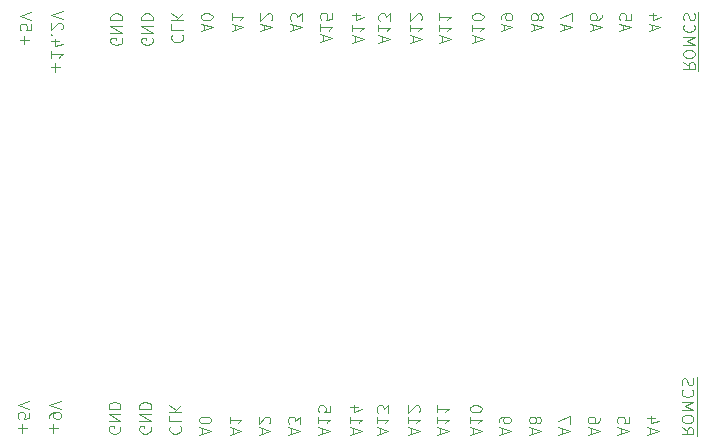
<source format=gbr>
%TF.GenerationSoftware,KiCad,Pcbnew,8.0.1*%
%TF.CreationDate,2024-04-15T14:43:50+02:00*%
%TF.ProjectId,zx81-bus-extender,7a783831-2d62-4757-932d-657874656e64,rev?*%
%TF.SameCoordinates,Original*%
%TF.FileFunction,Legend,Bot*%
%TF.FilePolarity,Positive*%
%FSLAX46Y46*%
G04 Gerber Fmt 4.6, Leading zero omitted, Abs format (unit mm)*
G04 Created by KiCad (PCBNEW 8.0.1) date 2024-04-15 14:43:50*
%MOMM*%
%LPD*%
G01*
G04 APERTURE LIST*
%ADD10C,0.100000*%
G04 APERTURE END LIST*
D10*
X139327580Y-130833735D02*
X139803771Y-131167068D01*
X139327580Y-131405163D02*
X140327580Y-131405163D01*
X140327580Y-131405163D02*
X140327580Y-131024211D01*
X140327580Y-131024211D02*
X140279961Y-130928973D01*
X140279961Y-130928973D02*
X140232342Y-130881354D01*
X140232342Y-130881354D02*
X140137104Y-130833735D01*
X140137104Y-130833735D02*
X139994247Y-130833735D01*
X139994247Y-130833735D02*
X139899009Y-130881354D01*
X139899009Y-130881354D02*
X139851390Y-130928973D01*
X139851390Y-130928973D02*
X139803771Y-131024211D01*
X139803771Y-131024211D02*
X139803771Y-131405163D01*
X140327580Y-130214687D02*
X140327580Y-130024211D01*
X140327580Y-130024211D02*
X140279961Y-129928973D01*
X140279961Y-129928973D02*
X140184723Y-129833735D01*
X140184723Y-129833735D02*
X139994247Y-129786116D01*
X139994247Y-129786116D02*
X139660914Y-129786116D01*
X139660914Y-129786116D02*
X139470438Y-129833735D01*
X139470438Y-129833735D02*
X139375200Y-129928973D01*
X139375200Y-129928973D02*
X139327580Y-130024211D01*
X139327580Y-130024211D02*
X139327580Y-130214687D01*
X139327580Y-130214687D02*
X139375200Y-130309925D01*
X139375200Y-130309925D02*
X139470438Y-130405163D01*
X139470438Y-130405163D02*
X139660914Y-130452782D01*
X139660914Y-130452782D02*
X139994247Y-130452782D01*
X139994247Y-130452782D02*
X140184723Y-130405163D01*
X140184723Y-130405163D02*
X140279961Y-130309925D01*
X140279961Y-130309925D02*
X140327580Y-130214687D01*
X139327580Y-129357544D02*
X140327580Y-129357544D01*
X140327580Y-129357544D02*
X139613295Y-129024211D01*
X139613295Y-129024211D02*
X140327580Y-128690878D01*
X140327580Y-128690878D02*
X139327580Y-128690878D01*
X139422819Y-127643259D02*
X139375200Y-127690878D01*
X139375200Y-127690878D02*
X139327580Y-127833735D01*
X139327580Y-127833735D02*
X139327580Y-127928973D01*
X139327580Y-127928973D02*
X139375200Y-128071830D01*
X139375200Y-128071830D02*
X139470438Y-128167068D01*
X139470438Y-128167068D02*
X139565676Y-128214687D01*
X139565676Y-128214687D02*
X139756152Y-128262306D01*
X139756152Y-128262306D02*
X139899009Y-128262306D01*
X139899009Y-128262306D02*
X140089485Y-128214687D01*
X140089485Y-128214687D02*
X140184723Y-128167068D01*
X140184723Y-128167068D02*
X140279961Y-128071830D01*
X140279961Y-128071830D02*
X140327580Y-127928973D01*
X140327580Y-127928973D02*
X140327580Y-127833735D01*
X140327580Y-127833735D02*
X140279961Y-127690878D01*
X140279961Y-127690878D02*
X140232342Y-127643259D01*
X139375200Y-127262306D02*
X139327580Y-127119449D01*
X139327580Y-127119449D02*
X139327580Y-126881354D01*
X139327580Y-126881354D02*
X139375200Y-126786116D01*
X139375200Y-126786116D02*
X139422819Y-126738497D01*
X139422819Y-126738497D02*
X139518057Y-126690878D01*
X139518057Y-126690878D02*
X139613295Y-126690878D01*
X139613295Y-126690878D02*
X139708533Y-126738497D01*
X139708533Y-126738497D02*
X139756152Y-126786116D01*
X139756152Y-126786116D02*
X139803771Y-126881354D01*
X139803771Y-126881354D02*
X139851390Y-127071830D01*
X139851390Y-127071830D02*
X139899009Y-127167068D01*
X139899009Y-127167068D02*
X139946628Y-127214687D01*
X139946628Y-127214687D02*
X140041866Y-127262306D01*
X140041866Y-127262306D02*
X140137104Y-127262306D01*
X140137104Y-127262306D02*
X140232342Y-127214687D01*
X140232342Y-127214687D02*
X140279961Y-127167068D01*
X140279961Y-127167068D02*
X140327580Y-127071830D01*
X140327580Y-127071830D02*
X140327580Y-126833735D01*
X140327580Y-126833735D02*
X140279961Y-126690878D01*
X140605200Y-131543259D02*
X140605200Y-126600402D01*
X134325117Y-97211353D02*
X134325117Y-96735163D01*
X134039402Y-97306591D02*
X135039402Y-96973258D01*
X135039402Y-96973258D02*
X134039402Y-96639925D01*
X135039402Y-95830401D02*
X135039402Y-96306591D01*
X135039402Y-96306591D02*
X134563212Y-96354210D01*
X134563212Y-96354210D02*
X134610831Y-96306591D01*
X134610831Y-96306591D02*
X134658450Y-96211353D01*
X134658450Y-96211353D02*
X134658450Y-95973258D01*
X134658450Y-95973258D02*
X134610831Y-95878020D01*
X134610831Y-95878020D02*
X134563212Y-95830401D01*
X134563212Y-95830401D02*
X134467974Y-95782782D01*
X134467974Y-95782782D02*
X134229879Y-95782782D01*
X134229879Y-95782782D02*
X134134641Y-95830401D01*
X134134641Y-95830401D02*
X134087022Y-95878020D01*
X134087022Y-95878020D02*
X134039402Y-95973258D01*
X134039402Y-95973258D02*
X134039402Y-96211353D01*
X134039402Y-96211353D02*
X134087022Y-96306591D01*
X134087022Y-96306591D02*
X134134641Y-96354210D01*
X111702895Y-98163734D02*
X111702895Y-97687544D01*
X111417180Y-98258972D02*
X112417180Y-97925639D01*
X112417180Y-97925639D02*
X111417180Y-97592306D01*
X111417180Y-96735163D02*
X111417180Y-97306591D01*
X111417180Y-97020877D02*
X112417180Y-97020877D01*
X112417180Y-97020877D02*
X112274323Y-97116115D01*
X112274323Y-97116115D02*
X112179085Y-97211353D01*
X112179085Y-97211353D02*
X112131466Y-97306591D01*
X112083847Y-95878020D02*
X111417180Y-95878020D01*
X112464800Y-96116115D02*
X111750514Y-96354210D01*
X111750514Y-96354210D02*
X111750514Y-95735163D01*
X136818327Y-97211353D02*
X136818327Y-96735163D01*
X136532612Y-97306591D02*
X137532612Y-96973258D01*
X137532612Y-96973258D02*
X136532612Y-96639925D01*
X137199279Y-95878020D02*
X136532612Y-95878020D01*
X137580232Y-96116115D02*
X136865946Y-96354210D01*
X136865946Y-96354210D02*
X136865946Y-95735163D01*
X83648133Y-98416115D02*
X83648133Y-97654211D01*
X83267180Y-98035163D02*
X84029085Y-98035163D01*
X84267180Y-96701830D02*
X84267180Y-97178020D01*
X84267180Y-97178020D02*
X83790990Y-97225639D01*
X83790990Y-97225639D02*
X83838609Y-97178020D01*
X83838609Y-97178020D02*
X83886228Y-97082782D01*
X83886228Y-97082782D02*
X83886228Y-96844687D01*
X83886228Y-96844687D02*
X83838609Y-96749449D01*
X83838609Y-96749449D02*
X83790990Y-96701830D01*
X83790990Y-96701830D02*
X83695752Y-96654211D01*
X83695752Y-96654211D02*
X83457657Y-96654211D01*
X83457657Y-96654211D02*
X83362419Y-96701830D01*
X83362419Y-96701830D02*
X83314800Y-96749449D01*
X83314800Y-96749449D02*
X83267180Y-96844687D01*
X83267180Y-96844687D02*
X83267180Y-97082782D01*
X83267180Y-97082782D02*
X83314800Y-97178020D01*
X83314800Y-97178020D02*
X83362419Y-97225639D01*
X84267180Y-96368496D02*
X83267180Y-96035163D01*
X83267180Y-96035163D02*
X84267180Y-95701830D01*
X94519561Y-97878020D02*
X94567180Y-97973258D01*
X94567180Y-97973258D02*
X94567180Y-98116115D01*
X94567180Y-98116115D02*
X94519561Y-98258972D01*
X94519561Y-98258972D02*
X94424323Y-98354210D01*
X94424323Y-98354210D02*
X94329085Y-98401829D01*
X94329085Y-98401829D02*
X94138609Y-98449448D01*
X94138609Y-98449448D02*
X93995752Y-98449448D01*
X93995752Y-98449448D02*
X93805276Y-98401829D01*
X93805276Y-98401829D02*
X93710038Y-98354210D01*
X93710038Y-98354210D02*
X93614800Y-98258972D01*
X93614800Y-98258972D02*
X93567180Y-98116115D01*
X93567180Y-98116115D02*
X93567180Y-98020877D01*
X93567180Y-98020877D02*
X93614800Y-97878020D01*
X93614800Y-97878020D02*
X93662419Y-97830401D01*
X93662419Y-97830401D02*
X93995752Y-97830401D01*
X93995752Y-97830401D02*
X93995752Y-98020877D01*
X93567180Y-97401829D02*
X94567180Y-97401829D01*
X94567180Y-97401829D02*
X93567180Y-96830401D01*
X93567180Y-96830401D02*
X94567180Y-96830401D01*
X93567180Y-96354210D02*
X94567180Y-96354210D01*
X94567180Y-96354210D02*
X94567180Y-96116115D01*
X94567180Y-96116115D02*
X94519561Y-95973258D01*
X94519561Y-95973258D02*
X94424323Y-95878020D01*
X94424323Y-95878020D02*
X94329085Y-95830401D01*
X94329085Y-95830401D02*
X94138609Y-95782782D01*
X94138609Y-95782782D02*
X93995752Y-95782782D01*
X93995752Y-95782782D02*
X93805276Y-95830401D01*
X93805276Y-95830401D02*
X93710038Y-95878020D01*
X93710038Y-95878020D02*
X93614800Y-95973258D01*
X93614800Y-95973258D02*
X93567180Y-96116115D01*
X93567180Y-96116115D02*
X93567180Y-96354210D01*
X129338697Y-97211353D02*
X129338697Y-96735163D01*
X129052982Y-97306591D02*
X130052982Y-96973258D01*
X130052982Y-96973258D02*
X129052982Y-96639925D01*
X130052982Y-96401829D02*
X130052982Y-95735163D01*
X130052982Y-95735163D02*
X129052982Y-96163734D01*
X86298133Y-100716115D02*
X86298133Y-99954211D01*
X85917180Y-100335163D02*
X86679085Y-100335163D01*
X85917180Y-98954211D02*
X85917180Y-99525639D01*
X85917180Y-99239925D02*
X86917180Y-99239925D01*
X86917180Y-99239925D02*
X86774323Y-99335163D01*
X86774323Y-99335163D02*
X86679085Y-99430401D01*
X86679085Y-99430401D02*
X86631466Y-99525639D01*
X86583847Y-98097068D02*
X85917180Y-98097068D01*
X86964800Y-98335163D02*
X86250514Y-98573258D01*
X86250514Y-98573258D02*
X86250514Y-97954211D01*
X86012419Y-97573258D02*
X85964800Y-97525639D01*
X85964800Y-97525639D02*
X85917180Y-97573258D01*
X85917180Y-97573258D02*
X85964800Y-97620877D01*
X85964800Y-97620877D02*
X86012419Y-97573258D01*
X86012419Y-97573258D02*
X85917180Y-97573258D01*
X86821942Y-97144687D02*
X86869561Y-97097068D01*
X86869561Y-97097068D02*
X86917180Y-97001830D01*
X86917180Y-97001830D02*
X86917180Y-96763735D01*
X86917180Y-96763735D02*
X86869561Y-96668497D01*
X86869561Y-96668497D02*
X86821942Y-96620878D01*
X86821942Y-96620878D02*
X86726704Y-96573259D01*
X86726704Y-96573259D02*
X86631466Y-96573259D01*
X86631466Y-96573259D02*
X86488609Y-96620878D01*
X86488609Y-96620878D02*
X85917180Y-97192306D01*
X85917180Y-97192306D02*
X85917180Y-96573259D01*
X86917180Y-96287544D02*
X85917180Y-95954211D01*
X85917180Y-95954211D02*
X86917180Y-95620878D01*
X139454834Y-99925639D02*
X139931025Y-100258972D01*
X139454834Y-100497067D02*
X140454834Y-100497067D01*
X140454834Y-100497067D02*
X140454834Y-100116115D01*
X140454834Y-100116115D02*
X140407215Y-100020877D01*
X140407215Y-100020877D02*
X140359596Y-99973258D01*
X140359596Y-99973258D02*
X140264358Y-99925639D01*
X140264358Y-99925639D02*
X140121501Y-99925639D01*
X140121501Y-99925639D02*
X140026263Y-99973258D01*
X140026263Y-99973258D02*
X139978644Y-100020877D01*
X139978644Y-100020877D02*
X139931025Y-100116115D01*
X139931025Y-100116115D02*
X139931025Y-100497067D01*
X140454834Y-99306591D02*
X140454834Y-99116115D01*
X140454834Y-99116115D02*
X140407215Y-99020877D01*
X140407215Y-99020877D02*
X140311977Y-98925639D01*
X140311977Y-98925639D02*
X140121501Y-98878020D01*
X140121501Y-98878020D02*
X139788168Y-98878020D01*
X139788168Y-98878020D02*
X139597692Y-98925639D01*
X139597692Y-98925639D02*
X139502454Y-99020877D01*
X139502454Y-99020877D02*
X139454834Y-99116115D01*
X139454834Y-99116115D02*
X139454834Y-99306591D01*
X139454834Y-99306591D02*
X139502454Y-99401829D01*
X139502454Y-99401829D02*
X139597692Y-99497067D01*
X139597692Y-99497067D02*
X139788168Y-99544686D01*
X139788168Y-99544686D02*
X140121501Y-99544686D01*
X140121501Y-99544686D02*
X140311977Y-99497067D01*
X140311977Y-99497067D02*
X140407215Y-99401829D01*
X140407215Y-99401829D02*
X140454834Y-99306591D01*
X139454834Y-98449448D02*
X140454834Y-98449448D01*
X140454834Y-98449448D02*
X139740549Y-98116115D01*
X139740549Y-98116115D02*
X140454834Y-97782782D01*
X140454834Y-97782782D02*
X139454834Y-97782782D01*
X139550073Y-96735163D02*
X139502454Y-96782782D01*
X139502454Y-96782782D02*
X139454834Y-96925639D01*
X139454834Y-96925639D02*
X139454834Y-97020877D01*
X139454834Y-97020877D02*
X139502454Y-97163734D01*
X139502454Y-97163734D02*
X139597692Y-97258972D01*
X139597692Y-97258972D02*
X139692930Y-97306591D01*
X139692930Y-97306591D02*
X139883406Y-97354210D01*
X139883406Y-97354210D02*
X140026263Y-97354210D01*
X140026263Y-97354210D02*
X140216739Y-97306591D01*
X140216739Y-97306591D02*
X140311977Y-97258972D01*
X140311977Y-97258972D02*
X140407215Y-97163734D01*
X140407215Y-97163734D02*
X140454834Y-97020877D01*
X140454834Y-97020877D02*
X140454834Y-96925639D01*
X140454834Y-96925639D02*
X140407215Y-96782782D01*
X140407215Y-96782782D02*
X140359596Y-96735163D01*
X139502454Y-96354210D02*
X139454834Y-96211353D01*
X139454834Y-96211353D02*
X139454834Y-95973258D01*
X139454834Y-95973258D02*
X139502454Y-95878020D01*
X139502454Y-95878020D02*
X139550073Y-95830401D01*
X139550073Y-95830401D02*
X139645311Y-95782782D01*
X139645311Y-95782782D02*
X139740549Y-95782782D01*
X139740549Y-95782782D02*
X139835787Y-95830401D01*
X139835787Y-95830401D02*
X139883406Y-95878020D01*
X139883406Y-95878020D02*
X139931025Y-95973258D01*
X139931025Y-95973258D02*
X139978644Y-96163734D01*
X139978644Y-96163734D02*
X140026263Y-96258972D01*
X140026263Y-96258972D02*
X140073882Y-96306591D01*
X140073882Y-96306591D02*
X140169120Y-96354210D01*
X140169120Y-96354210D02*
X140264358Y-96354210D01*
X140264358Y-96354210D02*
X140359596Y-96306591D01*
X140359596Y-96306591D02*
X140407215Y-96258972D01*
X140407215Y-96258972D02*
X140454834Y-96163734D01*
X140454834Y-96163734D02*
X140454834Y-95925639D01*
X140454834Y-95925639D02*
X140407215Y-95782782D01*
X140732454Y-100635163D02*
X140732454Y-95692306D01*
X119052914Y-98163734D02*
X119052914Y-97687544D01*
X118767199Y-98258972D02*
X119767199Y-97925639D01*
X119767199Y-97925639D02*
X118767199Y-97592306D01*
X118767199Y-96735163D02*
X118767199Y-97306591D01*
X118767199Y-97020877D02*
X119767199Y-97020877D01*
X119767199Y-97020877D02*
X119624342Y-97116115D01*
X119624342Y-97116115D02*
X119529104Y-97211353D01*
X119529104Y-97211353D02*
X119481485Y-97306591D01*
X118767199Y-95782782D02*
X118767199Y-96354210D01*
X118767199Y-96068496D02*
X119767199Y-96068496D01*
X119767199Y-96068496D02*
X119624342Y-96163734D01*
X119624342Y-96163734D02*
X119529104Y-96258972D01*
X119529104Y-96258972D02*
X119481485Y-96354210D01*
X91919561Y-97878020D02*
X91967180Y-97973258D01*
X91967180Y-97973258D02*
X91967180Y-98116115D01*
X91967180Y-98116115D02*
X91919561Y-98258972D01*
X91919561Y-98258972D02*
X91824323Y-98354210D01*
X91824323Y-98354210D02*
X91729085Y-98401829D01*
X91729085Y-98401829D02*
X91538609Y-98449448D01*
X91538609Y-98449448D02*
X91395752Y-98449448D01*
X91395752Y-98449448D02*
X91205276Y-98401829D01*
X91205276Y-98401829D02*
X91110038Y-98354210D01*
X91110038Y-98354210D02*
X91014800Y-98258972D01*
X91014800Y-98258972D02*
X90967180Y-98116115D01*
X90967180Y-98116115D02*
X90967180Y-98020877D01*
X90967180Y-98020877D02*
X91014800Y-97878020D01*
X91014800Y-97878020D02*
X91062419Y-97830401D01*
X91062419Y-97830401D02*
X91395752Y-97830401D01*
X91395752Y-97830401D02*
X91395752Y-98020877D01*
X90967180Y-97401829D02*
X91967180Y-97401829D01*
X91967180Y-97401829D02*
X90967180Y-96830401D01*
X90967180Y-96830401D02*
X91967180Y-96830401D01*
X90967180Y-96354210D02*
X91967180Y-96354210D01*
X91967180Y-96354210D02*
X91967180Y-96116115D01*
X91967180Y-96116115D02*
X91919561Y-95973258D01*
X91919561Y-95973258D02*
X91824323Y-95878020D01*
X91824323Y-95878020D02*
X91729085Y-95830401D01*
X91729085Y-95830401D02*
X91538609Y-95782782D01*
X91538609Y-95782782D02*
X91395752Y-95782782D01*
X91395752Y-95782782D02*
X91205276Y-95830401D01*
X91205276Y-95830401D02*
X91110038Y-95878020D01*
X91110038Y-95878020D02*
X91014800Y-95973258D01*
X91014800Y-95973258D02*
X90967180Y-96116115D01*
X90967180Y-96116115D02*
X90967180Y-96354210D01*
X121840549Y-98163734D02*
X121840549Y-97687544D01*
X121554834Y-98258972D02*
X122554834Y-97925639D01*
X122554834Y-97925639D02*
X121554834Y-97592306D01*
X121554834Y-96735163D02*
X121554834Y-97306591D01*
X121554834Y-97020877D02*
X122554834Y-97020877D01*
X122554834Y-97020877D02*
X122411977Y-97116115D01*
X122411977Y-97116115D02*
X122316739Y-97211353D01*
X122316739Y-97211353D02*
X122269120Y-97306591D01*
X122554834Y-96116115D02*
X122554834Y-96020877D01*
X122554834Y-96020877D02*
X122507215Y-95925639D01*
X122507215Y-95925639D02*
X122459596Y-95878020D01*
X122459596Y-95878020D02*
X122364358Y-95830401D01*
X122364358Y-95830401D02*
X122173882Y-95782782D01*
X122173882Y-95782782D02*
X121935787Y-95782782D01*
X121935787Y-95782782D02*
X121745311Y-95830401D01*
X121745311Y-95830401D02*
X121650073Y-95878020D01*
X121650073Y-95878020D02*
X121602454Y-95925639D01*
X121602454Y-95925639D02*
X121554834Y-96020877D01*
X121554834Y-96020877D02*
X121554834Y-96116115D01*
X121554834Y-96116115D02*
X121602454Y-96211353D01*
X121602454Y-96211353D02*
X121650073Y-96258972D01*
X121650073Y-96258972D02*
X121745311Y-96306591D01*
X121745311Y-96306591D02*
X121935787Y-96354210D01*
X121935787Y-96354210D02*
X122173882Y-96354210D01*
X122173882Y-96354210D02*
X122364358Y-96306591D01*
X122364358Y-96306591D02*
X122459596Y-96258972D01*
X122459596Y-96258972D02*
X122507215Y-96211353D01*
X122507215Y-96211353D02*
X122554834Y-96116115D01*
X106452895Y-97213734D02*
X106452895Y-96737544D01*
X106167180Y-97308972D02*
X107167180Y-96975639D01*
X107167180Y-96975639D02*
X106167180Y-96642306D01*
X107167180Y-96404210D02*
X107167180Y-95785163D01*
X107167180Y-95785163D02*
X106786228Y-96118496D01*
X106786228Y-96118496D02*
X106786228Y-95975639D01*
X106786228Y-95975639D02*
X106738609Y-95880401D01*
X106738609Y-95880401D02*
X106690990Y-95832782D01*
X106690990Y-95832782D02*
X106595752Y-95785163D01*
X106595752Y-95785163D02*
X106357657Y-95785163D01*
X106357657Y-95785163D02*
X106262419Y-95832782D01*
X106262419Y-95832782D02*
X106214800Y-95880401D01*
X106214800Y-95880401D02*
X106167180Y-95975639D01*
X106167180Y-95975639D02*
X106167180Y-96261353D01*
X106167180Y-96261353D02*
X106214800Y-96356591D01*
X106214800Y-96356591D02*
X106262419Y-96404210D01*
X103952895Y-97211353D02*
X103952895Y-96735163D01*
X103667180Y-97306591D02*
X104667180Y-96973258D01*
X104667180Y-96973258D02*
X103667180Y-96639925D01*
X104571942Y-96354210D02*
X104619561Y-96306591D01*
X104619561Y-96306591D02*
X104667180Y-96211353D01*
X104667180Y-96211353D02*
X104667180Y-95973258D01*
X104667180Y-95973258D02*
X104619561Y-95878020D01*
X104619561Y-95878020D02*
X104571942Y-95830401D01*
X104571942Y-95830401D02*
X104476704Y-95782782D01*
X104476704Y-95782782D02*
X104381466Y-95782782D01*
X104381466Y-95782782D02*
X104238609Y-95830401D01*
X104238609Y-95830401D02*
X103667180Y-96401829D01*
X103667180Y-96401829D02*
X103667180Y-95782782D01*
X131831907Y-97211353D02*
X131831907Y-96735163D01*
X131546192Y-97306591D02*
X132546192Y-96973258D01*
X132546192Y-96973258D02*
X131546192Y-96639925D01*
X132546192Y-95878020D02*
X132546192Y-96068496D01*
X132546192Y-96068496D02*
X132498573Y-96163734D01*
X132498573Y-96163734D02*
X132450954Y-96211353D01*
X132450954Y-96211353D02*
X132308097Y-96306591D01*
X132308097Y-96306591D02*
X132117621Y-96354210D01*
X132117621Y-96354210D02*
X131736669Y-96354210D01*
X131736669Y-96354210D02*
X131641431Y-96306591D01*
X131641431Y-96306591D02*
X131593812Y-96258972D01*
X131593812Y-96258972D02*
X131546192Y-96163734D01*
X131546192Y-96163734D02*
X131546192Y-95973258D01*
X131546192Y-95973258D02*
X131593812Y-95878020D01*
X131593812Y-95878020D02*
X131641431Y-95830401D01*
X131641431Y-95830401D02*
X131736669Y-95782782D01*
X131736669Y-95782782D02*
X131974764Y-95782782D01*
X131974764Y-95782782D02*
X132070002Y-95830401D01*
X132070002Y-95830401D02*
X132117621Y-95878020D01*
X132117621Y-95878020D02*
X132165240Y-95973258D01*
X132165240Y-95973258D02*
X132165240Y-96163734D01*
X132165240Y-96163734D02*
X132117621Y-96258972D01*
X132117621Y-96258972D02*
X132070002Y-96306591D01*
X132070002Y-96306591D02*
X131974764Y-96354210D01*
X98902895Y-97211353D02*
X98902895Y-96735163D01*
X98617180Y-97306591D02*
X99617180Y-96973258D01*
X99617180Y-96973258D02*
X98617180Y-96639925D01*
X99617180Y-96116115D02*
X99617180Y-96020877D01*
X99617180Y-96020877D02*
X99569561Y-95925639D01*
X99569561Y-95925639D02*
X99521942Y-95878020D01*
X99521942Y-95878020D02*
X99426704Y-95830401D01*
X99426704Y-95830401D02*
X99236228Y-95782782D01*
X99236228Y-95782782D02*
X98998133Y-95782782D01*
X98998133Y-95782782D02*
X98807657Y-95830401D01*
X98807657Y-95830401D02*
X98712419Y-95878020D01*
X98712419Y-95878020D02*
X98664800Y-95925639D01*
X98664800Y-95925639D02*
X98617180Y-96020877D01*
X98617180Y-96020877D02*
X98617180Y-96116115D01*
X98617180Y-96116115D02*
X98664800Y-96211353D01*
X98664800Y-96211353D02*
X98712419Y-96258972D01*
X98712419Y-96258972D02*
X98807657Y-96306591D01*
X98807657Y-96306591D02*
X98998133Y-96354210D01*
X98998133Y-96354210D02*
X99236228Y-96354210D01*
X99236228Y-96354210D02*
X99426704Y-96306591D01*
X99426704Y-96306591D02*
X99521942Y-96258972D01*
X99521942Y-96258972D02*
X99569561Y-96211353D01*
X99569561Y-96211353D02*
X99617180Y-96116115D01*
X113946105Y-98163734D02*
X113946105Y-97687544D01*
X113660390Y-98258972D02*
X114660390Y-97925639D01*
X114660390Y-97925639D02*
X113660390Y-97592306D01*
X113660390Y-96735163D02*
X113660390Y-97306591D01*
X113660390Y-97020877D02*
X114660390Y-97020877D01*
X114660390Y-97020877D02*
X114517533Y-97116115D01*
X114517533Y-97116115D02*
X114422295Y-97211353D01*
X114422295Y-97211353D02*
X114374676Y-97306591D01*
X114660390Y-96401829D02*
X114660390Y-95782782D01*
X114660390Y-95782782D02*
X114279438Y-96116115D01*
X114279438Y-96116115D02*
X114279438Y-95973258D01*
X114279438Y-95973258D02*
X114231819Y-95878020D01*
X114231819Y-95878020D02*
X114184200Y-95830401D01*
X114184200Y-95830401D02*
X114088962Y-95782782D01*
X114088962Y-95782782D02*
X113850867Y-95782782D01*
X113850867Y-95782782D02*
X113755629Y-95830401D01*
X113755629Y-95830401D02*
X113708010Y-95878020D01*
X113708010Y-95878020D02*
X113660390Y-95973258D01*
X113660390Y-95973258D02*
X113660390Y-96258972D01*
X113660390Y-96258972D02*
X113708010Y-96354210D01*
X113708010Y-96354210D02*
X113755629Y-96401829D01*
X124290549Y-97211353D02*
X124290549Y-96735163D01*
X124004834Y-97306591D02*
X125004834Y-96973258D01*
X125004834Y-96973258D02*
X124004834Y-96639925D01*
X124004834Y-96258972D02*
X124004834Y-96068496D01*
X124004834Y-96068496D02*
X124052454Y-95973258D01*
X124052454Y-95973258D02*
X124100073Y-95925639D01*
X124100073Y-95925639D02*
X124242930Y-95830401D01*
X124242930Y-95830401D02*
X124433406Y-95782782D01*
X124433406Y-95782782D02*
X124814358Y-95782782D01*
X124814358Y-95782782D02*
X124909596Y-95830401D01*
X124909596Y-95830401D02*
X124957215Y-95878020D01*
X124957215Y-95878020D02*
X125004834Y-95973258D01*
X125004834Y-95973258D02*
X125004834Y-96163734D01*
X125004834Y-96163734D02*
X124957215Y-96258972D01*
X124957215Y-96258972D02*
X124909596Y-96306591D01*
X124909596Y-96306591D02*
X124814358Y-96354210D01*
X124814358Y-96354210D02*
X124576263Y-96354210D01*
X124576263Y-96354210D02*
X124481025Y-96306591D01*
X124481025Y-96306591D02*
X124433406Y-96258972D01*
X124433406Y-96258972D02*
X124385787Y-96163734D01*
X124385787Y-96163734D02*
X124385787Y-95973258D01*
X124385787Y-95973258D02*
X124433406Y-95878020D01*
X124433406Y-95878020D02*
X124481025Y-95830401D01*
X124481025Y-95830401D02*
X124576263Y-95782782D01*
X116602914Y-98163734D02*
X116602914Y-97687544D01*
X116317199Y-98258972D02*
X117317199Y-97925639D01*
X117317199Y-97925639D02*
X116317199Y-97592306D01*
X116317199Y-96735163D02*
X116317199Y-97306591D01*
X116317199Y-97020877D02*
X117317199Y-97020877D01*
X117317199Y-97020877D02*
X117174342Y-97116115D01*
X117174342Y-97116115D02*
X117079104Y-97211353D01*
X117079104Y-97211353D02*
X117031485Y-97306591D01*
X117221961Y-96354210D02*
X117269580Y-96306591D01*
X117269580Y-96306591D02*
X117317199Y-96211353D01*
X117317199Y-96211353D02*
X117317199Y-95973258D01*
X117317199Y-95973258D02*
X117269580Y-95878020D01*
X117269580Y-95878020D02*
X117221961Y-95830401D01*
X117221961Y-95830401D02*
X117126723Y-95782782D01*
X117126723Y-95782782D02*
X117031485Y-95782782D01*
X117031485Y-95782782D02*
X116888628Y-95830401D01*
X116888628Y-95830401D02*
X116317199Y-96401829D01*
X116317199Y-96401829D02*
X116317199Y-95782782D01*
X101502895Y-97213734D02*
X101502895Y-96737544D01*
X101217180Y-97308972D02*
X102217180Y-96975639D01*
X102217180Y-96975639D02*
X101217180Y-96642306D01*
X101217180Y-95785163D02*
X101217180Y-96356591D01*
X101217180Y-96070877D02*
X102217180Y-96070877D01*
X102217180Y-96070877D02*
X102074323Y-96166115D01*
X102074323Y-96166115D02*
X101979085Y-96261353D01*
X101979085Y-96261353D02*
X101931466Y-96356591D01*
X109002895Y-98113734D02*
X109002895Y-97637544D01*
X108717180Y-98208972D02*
X109717180Y-97875639D01*
X109717180Y-97875639D02*
X108717180Y-97542306D01*
X108717180Y-96685163D02*
X108717180Y-97256591D01*
X108717180Y-96970877D02*
X109717180Y-96970877D01*
X109717180Y-96970877D02*
X109574323Y-97066115D01*
X109574323Y-97066115D02*
X109479085Y-97161353D01*
X109479085Y-97161353D02*
X109431466Y-97256591D01*
X109717180Y-95780401D02*
X109717180Y-96256591D01*
X109717180Y-96256591D02*
X109240990Y-96304210D01*
X109240990Y-96304210D02*
X109288609Y-96256591D01*
X109288609Y-96256591D02*
X109336228Y-96161353D01*
X109336228Y-96161353D02*
X109336228Y-95923258D01*
X109336228Y-95923258D02*
X109288609Y-95828020D01*
X109288609Y-95828020D02*
X109240990Y-95780401D01*
X109240990Y-95780401D02*
X109145752Y-95732782D01*
X109145752Y-95732782D02*
X108907657Y-95732782D01*
X108907657Y-95732782D02*
X108812419Y-95780401D01*
X108812419Y-95780401D02*
X108764800Y-95828020D01*
X108764800Y-95828020D02*
X108717180Y-95923258D01*
X108717180Y-95923258D02*
X108717180Y-96161353D01*
X108717180Y-96161353D02*
X108764800Y-96256591D01*
X108764800Y-96256591D02*
X108812419Y-96304210D01*
X126852914Y-97211353D02*
X126852914Y-96735163D01*
X126567199Y-97306591D02*
X127567199Y-96973258D01*
X127567199Y-96973258D02*
X126567199Y-96639925D01*
X127138628Y-96163734D02*
X127186247Y-96258972D01*
X127186247Y-96258972D02*
X127233866Y-96306591D01*
X127233866Y-96306591D02*
X127329104Y-96354210D01*
X127329104Y-96354210D02*
X127376723Y-96354210D01*
X127376723Y-96354210D02*
X127471961Y-96306591D01*
X127471961Y-96306591D02*
X127519580Y-96258972D01*
X127519580Y-96258972D02*
X127567199Y-96163734D01*
X127567199Y-96163734D02*
X127567199Y-95973258D01*
X127567199Y-95973258D02*
X127519580Y-95878020D01*
X127519580Y-95878020D02*
X127471961Y-95830401D01*
X127471961Y-95830401D02*
X127376723Y-95782782D01*
X127376723Y-95782782D02*
X127329104Y-95782782D01*
X127329104Y-95782782D02*
X127233866Y-95830401D01*
X127233866Y-95830401D02*
X127186247Y-95878020D01*
X127186247Y-95878020D02*
X127138628Y-95973258D01*
X127138628Y-95973258D02*
X127138628Y-96163734D01*
X127138628Y-96163734D02*
X127091009Y-96258972D01*
X127091009Y-96258972D02*
X127043390Y-96306591D01*
X127043390Y-96306591D02*
X126948152Y-96354210D01*
X126948152Y-96354210D02*
X126757676Y-96354210D01*
X126757676Y-96354210D02*
X126662438Y-96306591D01*
X126662438Y-96306591D02*
X126614819Y-96258972D01*
X126614819Y-96258972D02*
X126567199Y-96163734D01*
X126567199Y-96163734D02*
X126567199Y-95973258D01*
X126567199Y-95973258D02*
X126614819Y-95878020D01*
X126614819Y-95878020D02*
X126662438Y-95830401D01*
X126662438Y-95830401D02*
X126757676Y-95782782D01*
X126757676Y-95782782D02*
X126948152Y-95782782D01*
X126948152Y-95782782D02*
X127043390Y-95830401D01*
X127043390Y-95830401D02*
X127091009Y-95878020D01*
X127091009Y-95878020D02*
X127138628Y-95973258D01*
X96212419Y-97594687D02*
X96164800Y-97642306D01*
X96164800Y-97642306D02*
X96117180Y-97785163D01*
X96117180Y-97785163D02*
X96117180Y-97880401D01*
X96117180Y-97880401D02*
X96164800Y-98023258D01*
X96164800Y-98023258D02*
X96260038Y-98118496D01*
X96260038Y-98118496D02*
X96355276Y-98166115D01*
X96355276Y-98166115D02*
X96545752Y-98213734D01*
X96545752Y-98213734D02*
X96688609Y-98213734D01*
X96688609Y-98213734D02*
X96879085Y-98166115D01*
X96879085Y-98166115D02*
X96974323Y-98118496D01*
X96974323Y-98118496D02*
X97069561Y-98023258D01*
X97069561Y-98023258D02*
X97117180Y-97880401D01*
X97117180Y-97880401D02*
X97117180Y-97785163D01*
X97117180Y-97785163D02*
X97069561Y-97642306D01*
X97069561Y-97642306D02*
X97021942Y-97594687D01*
X96117180Y-96689925D02*
X96117180Y-97166115D01*
X96117180Y-97166115D02*
X97117180Y-97166115D01*
X96117180Y-96356591D02*
X97117180Y-96356591D01*
X96117180Y-95785163D02*
X96688609Y-96213734D01*
X97117180Y-95785163D02*
X96545752Y-96356591D01*
X83490479Y-131305163D02*
X83490479Y-130543259D01*
X83109526Y-130924211D02*
X83871431Y-130924211D01*
X84109526Y-129590878D02*
X84109526Y-130067068D01*
X84109526Y-130067068D02*
X83633336Y-130114687D01*
X83633336Y-130114687D02*
X83680955Y-130067068D01*
X83680955Y-130067068D02*
X83728574Y-129971830D01*
X83728574Y-129971830D02*
X83728574Y-129733735D01*
X83728574Y-129733735D02*
X83680955Y-129638497D01*
X83680955Y-129638497D02*
X83633336Y-129590878D01*
X83633336Y-129590878D02*
X83538098Y-129543259D01*
X83538098Y-129543259D02*
X83300003Y-129543259D01*
X83300003Y-129543259D02*
X83204765Y-129590878D01*
X83204765Y-129590878D02*
X83157146Y-129638497D01*
X83157146Y-129638497D02*
X83109526Y-129733735D01*
X83109526Y-129733735D02*
X83109526Y-129971830D01*
X83109526Y-129971830D02*
X83157146Y-130067068D01*
X83157146Y-130067068D02*
X83204765Y-130114687D01*
X84109526Y-129257544D02*
X83109526Y-128924211D01*
X83109526Y-128924211D02*
X84109526Y-128590878D01*
X124132895Y-131352782D02*
X124132895Y-130876592D01*
X123847180Y-131448020D02*
X124847180Y-131114687D01*
X124847180Y-131114687D02*
X123847180Y-130781354D01*
X123847180Y-130400401D02*
X123847180Y-130209925D01*
X123847180Y-130209925D02*
X123894800Y-130114687D01*
X123894800Y-130114687D02*
X123942419Y-130067068D01*
X123942419Y-130067068D02*
X124085276Y-129971830D01*
X124085276Y-129971830D02*
X124275752Y-129924211D01*
X124275752Y-129924211D02*
X124656704Y-129924211D01*
X124656704Y-129924211D02*
X124751942Y-129971830D01*
X124751942Y-129971830D02*
X124799561Y-130019449D01*
X124799561Y-130019449D02*
X124847180Y-130114687D01*
X124847180Y-130114687D02*
X124847180Y-130305163D01*
X124847180Y-130305163D02*
X124799561Y-130400401D01*
X124799561Y-130400401D02*
X124751942Y-130448020D01*
X124751942Y-130448020D02*
X124656704Y-130495639D01*
X124656704Y-130495639D02*
X124418609Y-130495639D01*
X124418609Y-130495639D02*
X124323371Y-130448020D01*
X124323371Y-130448020D02*
X124275752Y-130400401D01*
X124275752Y-130400401D02*
X124228133Y-130305163D01*
X124228133Y-130305163D02*
X124228133Y-130114687D01*
X124228133Y-130114687D02*
X124275752Y-130019449D01*
X124275752Y-130019449D02*
X124323371Y-129971830D01*
X124323371Y-129971830D02*
X124418609Y-129924211D01*
X111545241Y-131352782D02*
X111545241Y-130876592D01*
X111259526Y-131448020D02*
X112259526Y-131114687D01*
X112259526Y-131114687D02*
X111259526Y-130781354D01*
X111259526Y-129924211D02*
X111259526Y-130495639D01*
X111259526Y-130209925D02*
X112259526Y-130209925D01*
X112259526Y-130209925D02*
X112116669Y-130305163D01*
X112116669Y-130305163D02*
X112021431Y-130400401D01*
X112021431Y-130400401D02*
X111973812Y-130495639D01*
X111926193Y-129067068D02*
X111259526Y-129067068D01*
X112307146Y-129305163D02*
X111592860Y-129543258D01*
X111592860Y-129543258D02*
X111592860Y-128924211D01*
X91761907Y-130781354D02*
X91809526Y-130876592D01*
X91809526Y-130876592D02*
X91809526Y-131019449D01*
X91809526Y-131019449D02*
X91761907Y-131162306D01*
X91761907Y-131162306D02*
X91666669Y-131257544D01*
X91666669Y-131257544D02*
X91571431Y-131305163D01*
X91571431Y-131305163D02*
X91380955Y-131352782D01*
X91380955Y-131352782D02*
X91238098Y-131352782D01*
X91238098Y-131352782D02*
X91047622Y-131305163D01*
X91047622Y-131305163D02*
X90952384Y-131257544D01*
X90952384Y-131257544D02*
X90857146Y-131162306D01*
X90857146Y-131162306D02*
X90809526Y-131019449D01*
X90809526Y-131019449D02*
X90809526Y-130924211D01*
X90809526Y-130924211D02*
X90857146Y-130781354D01*
X90857146Y-130781354D02*
X90904765Y-130733735D01*
X90904765Y-130733735D02*
X91238098Y-130733735D01*
X91238098Y-130733735D02*
X91238098Y-130924211D01*
X90809526Y-130305163D02*
X91809526Y-130305163D01*
X91809526Y-130305163D02*
X90809526Y-129733735D01*
X90809526Y-129733735D02*
X91809526Y-129733735D01*
X90809526Y-129257544D02*
X91809526Y-129257544D01*
X91809526Y-129257544D02*
X91809526Y-129019449D01*
X91809526Y-129019449D02*
X91761907Y-128876592D01*
X91761907Y-128876592D02*
X91666669Y-128781354D01*
X91666669Y-128781354D02*
X91571431Y-128733735D01*
X91571431Y-128733735D02*
X91380955Y-128686116D01*
X91380955Y-128686116D02*
X91238098Y-128686116D01*
X91238098Y-128686116D02*
X91047622Y-128733735D01*
X91047622Y-128733735D02*
X90952384Y-128781354D01*
X90952384Y-128781354D02*
X90857146Y-128876592D01*
X90857146Y-128876592D02*
X90809526Y-129019449D01*
X90809526Y-129019449D02*
X90809526Y-129257544D01*
X121682895Y-131352782D02*
X121682895Y-130876592D01*
X121397180Y-131448020D02*
X122397180Y-131114687D01*
X122397180Y-131114687D02*
X121397180Y-130781354D01*
X121397180Y-129924211D02*
X121397180Y-130495639D01*
X121397180Y-130209925D02*
X122397180Y-130209925D01*
X122397180Y-130209925D02*
X122254323Y-130305163D01*
X122254323Y-130305163D02*
X122159085Y-130400401D01*
X122159085Y-130400401D02*
X122111466Y-130495639D01*
X122397180Y-129305163D02*
X122397180Y-129209925D01*
X122397180Y-129209925D02*
X122349561Y-129114687D01*
X122349561Y-129114687D02*
X122301942Y-129067068D01*
X122301942Y-129067068D02*
X122206704Y-129019449D01*
X122206704Y-129019449D02*
X122016228Y-128971830D01*
X122016228Y-128971830D02*
X121778133Y-128971830D01*
X121778133Y-128971830D02*
X121587657Y-129019449D01*
X121587657Y-129019449D02*
X121492419Y-129067068D01*
X121492419Y-129067068D02*
X121444800Y-129114687D01*
X121444800Y-129114687D02*
X121397180Y-129209925D01*
X121397180Y-129209925D02*
X121397180Y-129305163D01*
X121397180Y-129305163D02*
X121444800Y-129400401D01*
X121444800Y-129400401D02*
X121492419Y-129448020D01*
X121492419Y-129448020D02*
X121587657Y-129495639D01*
X121587657Y-129495639D02*
X121778133Y-129543258D01*
X121778133Y-129543258D02*
X122016228Y-129543258D01*
X122016228Y-129543258D02*
X122206704Y-129495639D01*
X122206704Y-129495639D02*
X122301942Y-129448020D01*
X122301942Y-129448020D02*
X122349561Y-129400401D01*
X122349561Y-129400401D02*
X122397180Y-129305163D01*
X113788451Y-131352782D02*
X113788451Y-130876592D01*
X113502736Y-131448020D02*
X114502736Y-131114687D01*
X114502736Y-131114687D02*
X113502736Y-130781354D01*
X113502736Y-129924211D02*
X113502736Y-130495639D01*
X113502736Y-130209925D02*
X114502736Y-130209925D01*
X114502736Y-130209925D02*
X114359879Y-130305163D01*
X114359879Y-130305163D02*
X114264641Y-130400401D01*
X114264641Y-130400401D02*
X114217022Y-130495639D01*
X114502736Y-129590877D02*
X114502736Y-128971830D01*
X114502736Y-128971830D02*
X114121784Y-129305163D01*
X114121784Y-129305163D02*
X114121784Y-129162306D01*
X114121784Y-129162306D02*
X114074165Y-129067068D01*
X114074165Y-129067068D02*
X114026546Y-129019449D01*
X114026546Y-129019449D02*
X113931308Y-128971830D01*
X113931308Y-128971830D02*
X113693213Y-128971830D01*
X113693213Y-128971830D02*
X113597975Y-129019449D01*
X113597975Y-129019449D02*
X113550356Y-129067068D01*
X113550356Y-129067068D02*
X113502736Y-129162306D01*
X113502736Y-129162306D02*
X113502736Y-129448020D01*
X113502736Y-129448020D02*
X113550356Y-129543258D01*
X113550356Y-129543258D02*
X113597975Y-129590877D01*
X129181043Y-131352782D02*
X129181043Y-130876592D01*
X128895328Y-131448020D02*
X129895328Y-131114687D01*
X129895328Y-131114687D02*
X128895328Y-130781354D01*
X129895328Y-130543258D02*
X129895328Y-129876592D01*
X129895328Y-129876592D02*
X128895328Y-130305163D01*
X86140479Y-131305163D02*
X86140479Y-130543259D01*
X85759526Y-130924211D02*
X86521431Y-130924211D01*
X85759526Y-130019449D02*
X85759526Y-129828973D01*
X85759526Y-129828973D02*
X85807146Y-129733735D01*
X85807146Y-129733735D02*
X85854765Y-129686116D01*
X85854765Y-129686116D02*
X85997622Y-129590878D01*
X85997622Y-129590878D02*
X86188098Y-129543259D01*
X86188098Y-129543259D02*
X86569050Y-129543259D01*
X86569050Y-129543259D02*
X86664288Y-129590878D01*
X86664288Y-129590878D02*
X86711907Y-129638497D01*
X86711907Y-129638497D02*
X86759526Y-129733735D01*
X86759526Y-129733735D02*
X86759526Y-129924211D01*
X86759526Y-129924211D02*
X86711907Y-130019449D01*
X86711907Y-130019449D02*
X86664288Y-130067068D01*
X86664288Y-130067068D02*
X86569050Y-130114687D01*
X86569050Y-130114687D02*
X86330955Y-130114687D01*
X86330955Y-130114687D02*
X86235717Y-130067068D01*
X86235717Y-130067068D02*
X86188098Y-130019449D01*
X86188098Y-130019449D02*
X86140479Y-129924211D01*
X86140479Y-129924211D02*
X86140479Y-129733735D01*
X86140479Y-129733735D02*
X86188098Y-129638497D01*
X86188098Y-129638497D02*
X86235717Y-129590878D01*
X86235717Y-129590878D02*
X86330955Y-129543259D01*
X86759526Y-129257544D02*
X85759526Y-128924211D01*
X85759526Y-128924211D02*
X86759526Y-128590878D01*
X101345241Y-131352782D02*
X101345241Y-130876592D01*
X101059526Y-131448020D02*
X102059526Y-131114687D01*
X102059526Y-131114687D02*
X101059526Y-130781354D01*
X101059526Y-129924211D02*
X101059526Y-130495639D01*
X101059526Y-130209925D02*
X102059526Y-130209925D01*
X102059526Y-130209925D02*
X101916669Y-130305163D01*
X101916669Y-130305163D02*
X101821431Y-130400401D01*
X101821431Y-130400401D02*
X101773812Y-130495639D01*
X94361907Y-130781354D02*
X94409526Y-130876592D01*
X94409526Y-130876592D02*
X94409526Y-131019449D01*
X94409526Y-131019449D02*
X94361907Y-131162306D01*
X94361907Y-131162306D02*
X94266669Y-131257544D01*
X94266669Y-131257544D02*
X94171431Y-131305163D01*
X94171431Y-131305163D02*
X93980955Y-131352782D01*
X93980955Y-131352782D02*
X93838098Y-131352782D01*
X93838098Y-131352782D02*
X93647622Y-131305163D01*
X93647622Y-131305163D02*
X93552384Y-131257544D01*
X93552384Y-131257544D02*
X93457146Y-131162306D01*
X93457146Y-131162306D02*
X93409526Y-131019449D01*
X93409526Y-131019449D02*
X93409526Y-130924211D01*
X93409526Y-130924211D02*
X93457146Y-130781354D01*
X93457146Y-130781354D02*
X93504765Y-130733735D01*
X93504765Y-130733735D02*
X93838098Y-130733735D01*
X93838098Y-130733735D02*
X93838098Y-130924211D01*
X93409526Y-130305163D02*
X94409526Y-130305163D01*
X94409526Y-130305163D02*
X93409526Y-129733735D01*
X93409526Y-129733735D02*
X94409526Y-129733735D01*
X93409526Y-129257544D02*
X94409526Y-129257544D01*
X94409526Y-129257544D02*
X94409526Y-129019449D01*
X94409526Y-129019449D02*
X94361907Y-128876592D01*
X94361907Y-128876592D02*
X94266669Y-128781354D01*
X94266669Y-128781354D02*
X94171431Y-128733735D01*
X94171431Y-128733735D02*
X93980955Y-128686116D01*
X93980955Y-128686116D02*
X93838098Y-128686116D01*
X93838098Y-128686116D02*
X93647622Y-128733735D01*
X93647622Y-128733735D02*
X93552384Y-128781354D01*
X93552384Y-128781354D02*
X93457146Y-128876592D01*
X93457146Y-128876592D02*
X93409526Y-129019449D01*
X93409526Y-129019449D02*
X93409526Y-129257544D01*
X108845241Y-131352782D02*
X108845241Y-130876592D01*
X108559526Y-131448020D02*
X109559526Y-131114687D01*
X109559526Y-131114687D02*
X108559526Y-130781354D01*
X108559526Y-129924211D02*
X108559526Y-130495639D01*
X108559526Y-130209925D02*
X109559526Y-130209925D01*
X109559526Y-130209925D02*
X109416669Y-130305163D01*
X109416669Y-130305163D02*
X109321431Y-130400401D01*
X109321431Y-130400401D02*
X109273812Y-130495639D01*
X109559526Y-129019449D02*
X109559526Y-129495639D01*
X109559526Y-129495639D02*
X109083336Y-129543258D01*
X109083336Y-129543258D02*
X109130955Y-129495639D01*
X109130955Y-129495639D02*
X109178574Y-129400401D01*
X109178574Y-129400401D02*
X109178574Y-129162306D01*
X109178574Y-129162306D02*
X109130955Y-129067068D01*
X109130955Y-129067068D02*
X109083336Y-129019449D01*
X109083336Y-129019449D02*
X108988098Y-128971830D01*
X108988098Y-128971830D02*
X108750003Y-128971830D01*
X108750003Y-128971830D02*
X108654765Y-129019449D01*
X108654765Y-129019449D02*
X108607146Y-129067068D01*
X108607146Y-129067068D02*
X108559526Y-129162306D01*
X108559526Y-129162306D02*
X108559526Y-129400401D01*
X108559526Y-129400401D02*
X108607146Y-129495639D01*
X108607146Y-129495639D02*
X108654765Y-129543258D01*
X116445260Y-131352782D02*
X116445260Y-130876592D01*
X116159545Y-131448020D02*
X117159545Y-131114687D01*
X117159545Y-131114687D02*
X116159545Y-130781354D01*
X116159545Y-129924211D02*
X116159545Y-130495639D01*
X116159545Y-130209925D02*
X117159545Y-130209925D01*
X117159545Y-130209925D02*
X117016688Y-130305163D01*
X117016688Y-130305163D02*
X116921450Y-130400401D01*
X116921450Y-130400401D02*
X116873831Y-130495639D01*
X117064307Y-129543258D02*
X117111926Y-129495639D01*
X117111926Y-129495639D02*
X117159545Y-129400401D01*
X117159545Y-129400401D02*
X117159545Y-129162306D01*
X117159545Y-129162306D02*
X117111926Y-129067068D01*
X117111926Y-129067068D02*
X117064307Y-129019449D01*
X117064307Y-129019449D02*
X116969069Y-128971830D01*
X116969069Y-128971830D02*
X116873831Y-128971830D01*
X116873831Y-128971830D02*
X116730974Y-129019449D01*
X116730974Y-129019449D02*
X116159545Y-129590877D01*
X116159545Y-129590877D02*
X116159545Y-128971830D01*
X98745241Y-131352782D02*
X98745241Y-130876592D01*
X98459526Y-131448020D02*
X99459526Y-131114687D01*
X99459526Y-131114687D02*
X98459526Y-130781354D01*
X99459526Y-130257544D02*
X99459526Y-130162306D01*
X99459526Y-130162306D02*
X99411907Y-130067068D01*
X99411907Y-130067068D02*
X99364288Y-130019449D01*
X99364288Y-130019449D02*
X99269050Y-129971830D01*
X99269050Y-129971830D02*
X99078574Y-129924211D01*
X99078574Y-129924211D02*
X98840479Y-129924211D01*
X98840479Y-129924211D02*
X98650003Y-129971830D01*
X98650003Y-129971830D02*
X98554765Y-130019449D01*
X98554765Y-130019449D02*
X98507146Y-130067068D01*
X98507146Y-130067068D02*
X98459526Y-130162306D01*
X98459526Y-130162306D02*
X98459526Y-130257544D01*
X98459526Y-130257544D02*
X98507146Y-130352782D01*
X98507146Y-130352782D02*
X98554765Y-130400401D01*
X98554765Y-130400401D02*
X98650003Y-130448020D01*
X98650003Y-130448020D02*
X98840479Y-130495639D01*
X98840479Y-130495639D02*
X99078574Y-130495639D01*
X99078574Y-130495639D02*
X99269050Y-130448020D01*
X99269050Y-130448020D02*
X99364288Y-130400401D01*
X99364288Y-130400401D02*
X99411907Y-130352782D01*
X99411907Y-130352782D02*
X99459526Y-130257544D01*
X106295241Y-131352782D02*
X106295241Y-130876592D01*
X106009526Y-131448020D02*
X107009526Y-131114687D01*
X107009526Y-131114687D02*
X106009526Y-130781354D01*
X107009526Y-130543258D02*
X107009526Y-129924211D01*
X107009526Y-129924211D02*
X106628574Y-130257544D01*
X106628574Y-130257544D02*
X106628574Y-130114687D01*
X106628574Y-130114687D02*
X106580955Y-130019449D01*
X106580955Y-130019449D02*
X106533336Y-129971830D01*
X106533336Y-129971830D02*
X106438098Y-129924211D01*
X106438098Y-129924211D02*
X106200003Y-129924211D01*
X106200003Y-129924211D02*
X106104765Y-129971830D01*
X106104765Y-129971830D02*
X106057146Y-130019449D01*
X106057146Y-130019449D02*
X106009526Y-130114687D01*
X106009526Y-130114687D02*
X106009526Y-130400401D01*
X106009526Y-130400401D02*
X106057146Y-130495639D01*
X106057146Y-130495639D02*
X106104765Y-130543258D01*
X126695260Y-131352782D02*
X126695260Y-130876592D01*
X126409545Y-131448020D02*
X127409545Y-131114687D01*
X127409545Y-131114687D02*
X126409545Y-130781354D01*
X126980974Y-130305163D02*
X127028593Y-130400401D01*
X127028593Y-130400401D02*
X127076212Y-130448020D01*
X127076212Y-130448020D02*
X127171450Y-130495639D01*
X127171450Y-130495639D02*
X127219069Y-130495639D01*
X127219069Y-130495639D02*
X127314307Y-130448020D01*
X127314307Y-130448020D02*
X127361926Y-130400401D01*
X127361926Y-130400401D02*
X127409545Y-130305163D01*
X127409545Y-130305163D02*
X127409545Y-130114687D01*
X127409545Y-130114687D02*
X127361926Y-130019449D01*
X127361926Y-130019449D02*
X127314307Y-129971830D01*
X127314307Y-129971830D02*
X127219069Y-129924211D01*
X127219069Y-129924211D02*
X127171450Y-129924211D01*
X127171450Y-129924211D02*
X127076212Y-129971830D01*
X127076212Y-129971830D02*
X127028593Y-130019449D01*
X127028593Y-130019449D02*
X126980974Y-130114687D01*
X126980974Y-130114687D02*
X126980974Y-130305163D01*
X126980974Y-130305163D02*
X126933355Y-130400401D01*
X126933355Y-130400401D02*
X126885736Y-130448020D01*
X126885736Y-130448020D02*
X126790498Y-130495639D01*
X126790498Y-130495639D02*
X126600022Y-130495639D01*
X126600022Y-130495639D02*
X126504784Y-130448020D01*
X126504784Y-130448020D02*
X126457165Y-130400401D01*
X126457165Y-130400401D02*
X126409545Y-130305163D01*
X126409545Y-130305163D02*
X126409545Y-130114687D01*
X126409545Y-130114687D02*
X126457165Y-130019449D01*
X126457165Y-130019449D02*
X126504784Y-129971830D01*
X126504784Y-129971830D02*
X126600022Y-129924211D01*
X126600022Y-129924211D02*
X126790498Y-129924211D01*
X126790498Y-129924211D02*
X126885736Y-129971830D01*
X126885736Y-129971830D02*
X126933355Y-130019449D01*
X126933355Y-130019449D02*
X126980974Y-130114687D01*
X118895260Y-131352782D02*
X118895260Y-130876592D01*
X118609545Y-131448020D02*
X119609545Y-131114687D01*
X119609545Y-131114687D02*
X118609545Y-130781354D01*
X118609545Y-129924211D02*
X118609545Y-130495639D01*
X118609545Y-130209925D02*
X119609545Y-130209925D01*
X119609545Y-130209925D02*
X119466688Y-130305163D01*
X119466688Y-130305163D02*
X119371450Y-130400401D01*
X119371450Y-130400401D02*
X119323831Y-130495639D01*
X118609545Y-128971830D02*
X118609545Y-129543258D01*
X118609545Y-129257544D02*
X119609545Y-129257544D01*
X119609545Y-129257544D02*
X119466688Y-129352782D01*
X119466688Y-129352782D02*
X119371450Y-129448020D01*
X119371450Y-129448020D02*
X119323831Y-129543258D01*
X103795241Y-131352782D02*
X103795241Y-130876592D01*
X103509526Y-131448020D02*
X104509526Y-131114687D01*
X104509526Y-131114687D02*
X103509526Y-130781354D01*
X104414288Y-130495639D02*
X104461907Y-130448020D01*
X104461907Y-130448020D02*
X104509526Y-130352782D01*
X104509526Y-130352782D02*
X104509526Y-130114687D01*
X104509526Y-130114687D02*
X104461907Y-130019449D01*
X104461907Y-130019449D02*
X104414288Y-129971830D01*
X104414288Y-129971830D02*
X104319050Y-129924211D01*
X104319050Y-129924211D02*
X104223812Y-129924211D01*
X104223812Y-129924211D02*
X104080955Y-129971830D01*
X104080955Y-129971830D02*
X103509526Y-130543258D01*
X103509526Y-130543258D02*
X103509526Y-129924211D01*
X136660673Y-131352782D02*
X136660673Y-130876592D01*
X136374958Y-131448020D02*
X137374958Y-131114687D01*
X137374958Y-131114687D02*
X136374958Y-130781354D01*
X137041625Y-130019449D02*
X136374958Y-130019449D01*
X137422578Y-130257544D02*
X136708292Y-130495639D01*
X136708292Y-130495639D02*
X136708292Y-129876592D01*
X131674253Y-131352782D02*
X131674253Y-130876592D01*
X131388538Y-131448020D02*
X132388538Y-131114687D01*
X132388538Y-131114687D02*
X131388538Y-130781354D01*
X132388538Y-130019449D02*
X132388538Y-130209925D01*
X132388538Y-130209925D02*
X132340919Y-130305163D01*
X132340919Y-130305163D02*
X132293300Y-130352782D01*
X132293300Y-130352782D02*
X132150443Y-130448020D01*
X132150443Y-130448020D02*
X131959967Y-130495639D01*
X131959967Y-130495639D02*
X131579015Y-130495639D01*
X131579015Y-130495639D02*
X131483777Y-130448020D01*
X131483777Y-130448020D02*
X131436158Y-130400401D01*
X131436158Y-130400401D02*
X131388538Y-130305163D01*
X131388538Y-130305163D02*
X131388538Y-130114687D01*
X131388538Y-130114687D02*
X131436158Y-130019449D01*
X131436158Y-130019449D02*
X131483777Y-129971830D01*
X131483777Y-129971830D02*
X131579015Y-129924211D01*
X131579015Y-129924211D02*
X131817110Y-129924211D01*
X131817110Y-129924211D02*
X131912348Y-129971830D01*
X131912348Y-129971830D02*
X131959967Y-130019449D01*
X131959967Y-130019449D02*
X132007586Y-130114687D01*
X132007586Y-130114687D02*
X132007586Y-130305163D01*
X132007586Y-130305163D02*
X131959967Y-130400401D01*
X131959967Y-130400401D02*
X131912348Y-130448020D01*
X131912348Y-130448020D02*
X131817110Y-130495639D01*
X134167463Y-131352782D02*
X134167463Y-130876592D01*
X133881748Y-131448020D02*
X134881748Y-131114687D01*
X134881748Y-131114687D02*
X133881748Y-130781354D01*
X134881748Y-129971830D02*
X134881748Y-130448020D01*
X134881748Y-130448020D02*
X134405558Y-130495639D01*
X134405558Y-130495639D02*
X134453177Y-130448020D01*
X134453177Y-130448020D02*
X134500796Y-130352782D01*
X134500796Y-130352782D02*
X134500796Y-130114687D01*
X134500796Y-130114687D02*
X134453177Y-130019449D01*
X134453177Y-130019449D02*
X134405558Y-129971830D01*
X134405558Y-129971830D02*
X134310320Y-129924211D01*
X134310320Y-129924211D02*
X134072225Y-129924211D01*
X134072225Y-129924211D02*
X133976987Y-129971830D01*
X133976987Y-129971830D02*
X133929368Y-130019449D01*
X133929368Y-130019449D02*
X133881748Y-130114687D01*
X133881748Y-130114687D02*
X133881748Y-130352782D01*
X133881748Y-130352782D02*
X133929368Y-130448020D01*
X133929368Y-130448020D02*
X133976987Y-130495639D01*
X96054765Y-130733735D02*
X96007146Y-130781354D01*
X96007146Y-130781354D02*
X95959526Y-130924211D01*
X95959526Y-130924211D02*
X95959526Y-131019449D01*
X95959526Y-131019449D02*
X96007146Y-131162306D01*
X96007146Y-131162306D02*
X96102384Y-131257544D01*
X96102384Y-131257544D02*
X96197622Y-131305163D01*
X96197622Y-131305163D02*
X96388098Y-131352782D01*
X96388098Y-131352782D02*
X96530955Y-131352782D01*
X96530955Y-131352782D02*
X96721431Y-131305163D01*
X96721431Y-131305163D02*
X96816669Y-131257544D01*
X96816669Y-131257544D02*
X96911907Y-131162306D01*
X96911907Y-131162306D02*
X96959526Y-131019449D01*
X96959526Y-131019449D02*
X96959526Y-130924211D01*
X96959526Y-130924211D02*
X96911907Y-130781354D01*
X96911907Y-130781354D02*
X96864288Y-130733735D01*
X95959526Y-129828973D02*
X95959526Y-130305163D01*
X95959526Y-130305163D02*
X96959526Y-130305163D01*
X95959526Y-129495639D02*
X96959526Y-129495639D01*
X95959526Y-128924211D02*
X96530955Y-129352782D01*
X96959526Y-128924211D02*
X96388098Y-129495639D01*
M02*

</source>
